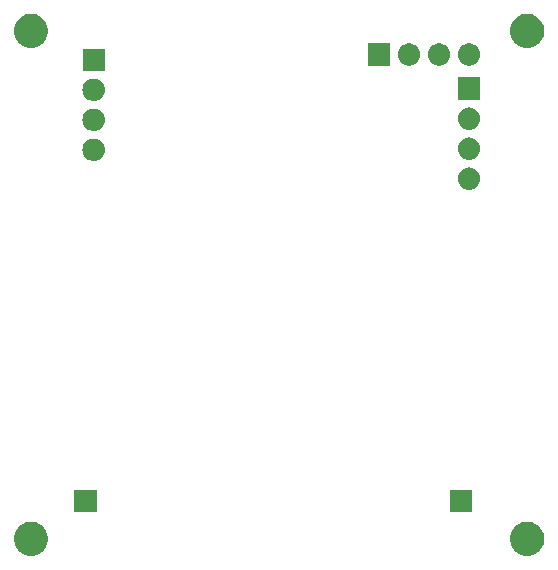
<source format=gbs>
G04 #@! TF.GenerationSoftware,KiCad,Pcbnew,(5.1.4)-1*
G04 #@! TF.CreationDate,2019-08-27T06:48:35+02:00*
G04 #@! TF.ProjectId,ToF_camera_VGA,546f465f-6361-46d6-9572-615f5647412e,rev?*
G04 #@! TF.SameCoordinates,Original*
G04 #@! TF.FileFunction,Soldermask,Bot*
G04 #@! TF.FilePolarity,Negative*
%FSLAX46Y46*%
G04 Gerber Fmt 4.6, Leading zero omitted, Abs format (unit mm)*
G04 Created by KiCad (PCBNEW (5.1.4)-1) date 2019-08-27 06:48:35*
%MOMM*%
%LPD*%
G04 APERTURE LIST*
%ADD10C,0.100000*%
G04 APERTURE END LIST*
D10*
G36*
X136422948Y-125605722D02*
G01*
X136686831Y-125715026D01*
X136686833Y-125715027D01*
X136924321Y-125873711D01*
X137126289Y-126075679D01*
X137284973Y-126313167D01*
X137284974Y-126313169D01*
X137394278Y-126577052D01*
X137450000Y-126857186D01*
X137450000Y-127142814D01*
X137394278Y-127422948D01*
X137284974Y-127686831D01*
X137284973Y-127686833D01*
X137126289Y-127924321D01*
X136924321Y-128126289D01*
X136686833Y-128284973D01*
X136686832Y-128284974D01*
X136686831Y-128284974D01*
X136422948Y-128394278D01*
X136142814Y-128450000D01*
X135857186Y-128450000D01*
X135577052Y-128394278D01*
X135313169Y-128284974D01*
X135313168Y-128284974D01*
X135313167Y-128284973D01*
X135075679Y-128126289D01*
X134873711Y-127924321D01*
X134715027Y-127686833D01*
X134715026Y-127686831D01*
X134605722Y-127422948D01*
X134550000Y-127142814D01*
X134550000Y-126857186D01*
X134605722Y-126577052D01*
X134715026Y-126313169D01*
X134715027Y-126313167D01*
X134873711Y-126075679D01*
X135075679Y-125873711D01*
X135313167Y-125715027D01*
X135313169Y-125715026D01*
X135577052Y-125605722D01*
X135857186Y-125550000D01*
X136142814Y-125550000D01*
X136422948Y-125605722D01*
X136422948Y-125605722D01*
G37*
G36*
X94422948Y-125605722D02*
G01*
X94686831Y-125715026D01*
X94686833Y-125715027D01*
X94924321Y-125873711D01*
X95126289Y-126075679D01*
X95284973Y-126313167D01*
X95284974Y-126313169D01*
X95394278Y-126577052D01*
X95450000Y-126857186D01*
X95450000Y-127142814D01*
X95394278Y-127422948D01*
X95284974Y-127686831D01*
X95284973Y-127686833D01*
X95126289Y-127924321D01*
X94924321Y-128126289D01*
X94686833Y-128284973D01*
X94686832Y-128284974D01*
X94686831Y-128284974D01*
X94422948Y-128394278D01*
X94142814Y-128450000D01*
X93857186Y-128450000D01*
X93577052Y-128394278D01*
X93313169Y-128284974D01*
X93313168Y-128284974D01*
X93313167Y-128284973D01*
X93075679Y-128126289D01*
X92873711Y-127924321D01*
X92715027Y-127686833D01*
X92715026Y-127686831D01*
X92605722Y-127422948D01*
X92550000Y-127142814D01*
X92550000Y-126857186D01*
X92605722Y-126577052D01*
X92715026Y-126313169D01*
X92715027Y-126313167D01*
X92873711Y-126075679D01*
X93075679Y-125873711D01*
X93313167Y-125715027D01*
X93313169Y-125715026D01*
X93577052Y-125605722D01*
X93857186Y-125550000D01*
X94142814Y-125550000D01*
X94422948Y-125605722D01*
X94422948Y-125605722D01*
G37*
G36*
X99550000Y-124750000D02*
G01*
X97650000Y-124750000D01*
X97650000Y-122850000D01*
X99550000Y-122850000D01*
X99550000Y-124750000D01*
X99550000Y-124750000D01*
G37*
G36*
X131350000Y-124750000D02*
G01*
X129450000Y-124750000D01*
X129450000Y-122850000D01*
X131350000Y-122850000D01*
X131350000Y-124750000D01*
X131350000Y-124750000D01*
G37*
G36*
X131266232Y-95583746D02*
G01*
X131355770Y-95610907D01*
X131445309Y-95638068D01*
X131533523Y-95685220D01*
X131610345Y-95726282D01*
X131610347Y-95726283D01*
X131610346Y-95726283D01*
X131755002Y-95844998D01*
X131873717Y-95989654D01*
X131961932Y-96154691D01*
X132016254Y-96333769D01*
X132034596Y-96520000D01*
X132016254Y-96706231D01*
X131961932Y-96885309D01*
X131873717Y-97050346D01*
X131755002Y-97195002D01*
X131623315Y-97303073D01*
X131610345Y-97313718D01*
X131533523Y-97354780D01*
X131445309Y-97401932D01*
X131355770Y-97429093D01*
X131266232Y-97456254D01*
X131196448Y-97463127D01*
X131126666Y-97470000D01*
X131033334Y-97470000D01*
X130893768Y-97456254D01*
X130804230Y-97429093D01*
X130714691Y-97401932D01*
X130626477Y-97354780D01*
X130549655Y-97313718D01*
X130536685Y-97303073D01*
X130404998Y-97195002D01*
X130286283Y-97050346D01*
X130198068Y-96885309D01*
X130143746Y-96706231D01*
X130125404Y-96520000D01*
X130143746Y-96333769D01*
X130198068Y-96154691D01*
X130286283Y-95989654D01*
X130404998Y-95844998D01*
X130549654Y-95726283D01*
X130549653Y-95726283D01*
X130549655Y-95726282D01*
X130626477Y-95685220D01*
X130714691Y-95638068D01*
X130804230Y-95610907D01*
X130893768Y-95583746D01*
X130963552Y-95576873D01*
X131033334Y-95570000D01*
X131126666Y-95570000D01*
X131266232Y-95583746D01*
X131266232Y-95583746D01*
G37*
G36*
X99426448Y-93126873D02*
G01*
X99496232Y-93133746D01*
X99585770Y-93160907D01*
X99675309Y-93188068D01*
X99763523Y-93235220D01*
X99840345Y-93276282D01*
X99840347Y-93276283D01*
X99840346Y-93276283D01*
X99985002Y-93394998D01*
X100103717Y-93539654D01*
X100191932Y-93704691D01*
X100246254Y-93883769D01*
X100264596Y-94070000D01*
X100246254Y-94256231D01*
X100191932Y-94435309D01*
X100103717Y-94600346D01*
X99985002Y-94745002D01*
X99853315Y-94853073D01*
X99840345Y-94863718D01*
X99763523Y-94904780D01*
X99675309Y-94951932D01*
X99585770Y-94979093D01*
X99496232Y-95006254D01*
X99426448Y-95013127D01*
X99356666Y-95020000D01*
X99263334Y-95020000D01*
X99193552Y-95013127D01*
X99123768Y-95006254D01*
X99034230Y-94979093D01*
X98944691Y-94951932D01*
X98856477Y-94904780D01*
X98779655Y-94863718D01*
X98766685Y-94853073D01*
X98634998Y-94745002D01*
X98516283Y-94600346D01*
X98428068Y-94435309D01*
X98373746Y-94256231D01*
X98355404Y-94070000D01*
X98373746Y-93883769D01*
X98428068Y-93704691D01*
X98516283Y-93539654D01*
X98634998Y-93394998D01*
X98779654Y-93276283D01*
X98779653Y-93276283D01*
X98779655Y-93276282D01*
X98856477Y-93235220D01*
X98944691Y-93188068D01*
X99034230Y-93160907D01*
X99123768Y-93133746D01*
X99193552Y-93126873D01*
X99263334Y-93120000D01*
X99356666Y-93120000D01*
X99426448Y-93126873D01*
X99426448Y-93126873D01*
G37*
G36*
X131266232Y-93043746D02*
G01*
X131355770Y-93070907D01*
X131445309Y-93098068D01*
X131486340Y-93120000D01*
X131610345Y-93186282D01*
X131610347Y-93186283D01*
X131610346Y-93186283D01*
X131755002Y-93304998D01*
X131873717Y-93449654D01*
X131961932Y-93614691D01*
X132016254Y-93793769D01*
X132034596Y-93980000D01*
X132016254Y-94166231D01*
X131961932Y-94345309D01*
X131873717Y-94510346D01*
X131755002Y-94655002D01*
X131623316Y-94763073D01*
X131610345Y-94773718D01*
X131533523Y-94814780D01*
X131445309Y-94861932D01*
X131355770Y-94889093D01*
X131266232Y-94916254D01*
X131196448Y-94923127D01*
X131126666Y-94930000D01*
X131033334Y-94930000D01*
X130893768Y-94916254D01*
X130804230Y-94889093D01*
X130714691Y-94861932D01*
X130626477Y-94814780D01*
X130549655Y-94773718D01*
X130536684Y-94763073D01*
X130404998Y-94655002D01*
X130286283Y-94510346D01*
X130198068Y-94345309D01*
X130143746Y-94166231D01*
X130125404Y-93980000D01*
X130143746Y-93793769D01*
X130198068Y-93614691D01*
X130286283Y-93449654D01*
X130404998Y-93304998D01*
X130549654Y-93186283D01*
X130549653Y-93186283D01*
X130549655Y-93186282D01*
X130673660Y-93120000D01*
X130714691Y-93098068D01*
X130804230Y-93070907D01*
X130893768Y-93043746D01*
X131033334Y-93030000D01*
X131126666Y-93030000D01*
X131266232Y-93043746D01*
X131266232Y-93043746D01*
G37*
G36*
X99426448Y-90586873D02*
G01*
X99496232Y-90593746D01*
X99585770Y-90620907D01*
X99675309Y-90648068D01*
X99763523Y-90695220D01*
X99840345Y-90736282D01*
X99840347Y-90736283D01*
X99840346Y-90736283D01*
X99985002Y-90854998D01*
X100103717Y-90999654D01*
X100191932Y-91164691D01*
X100246254Y-91343769D01*
X100264596Y-91530000D01*
X100246254Y-91716231D01*
X100191932Y-91895309D01*
X100103717Y-92060346D01*
X99985002Y-92205002D01*
X99853316Y-92313073D01*
X99840345Y-92323718D01*
X99763523Y-92364780D01*
X99675309Y-92411932D01*
X99585770Y-92439093D01*
X99496232Y-92466254D01*
X99426448Y-92473127D01*
X99356666Y-92480000D01*
X99263334Y-92480000D01*
X99193552Y-92473127D01*
X99123768Y-92466254D01*
X99034230Y-92439093D01*
X98944691Y-92411932D01*
X98856477Y-92364780D01*
X98779655Y-92323718D01*
X98766684Y-92313073D01*
X98634998Y-92205002D01*
X98516283Y-92060346D01*
X98428068Y-91895309D01*
X98373746Y-91716231D01*
X98355404Y-91530000D01*
X98373746Y-91343769D01*
X98428068Y-91164691D01*
X98516283Y-90999654D01*
X98634998Y-90854998D01*
X98779654Y-90736283D01*
X98779653Y-90736283D01*
X98779655Y-90736282D01*
X98856477Y-90695220D01*
X98944691Y-90648068D01*
X99034230Y-90620907D01*
X99123768Y-90593746D01*
X99193552Y-90586873D01*
X99263334Y-90580000D01*
X99356666Y-90580000D01*
X99426448Y-90586873D01*
X99426448Y-90586873D01*
G37*
G36*
X131266232Y-90503746D02*
G01*
X131355770Y-90530907D01*
X131445309Y-90558068D01*
X131486340Y-90580000D01*
X131610345Y-90646282D01*
X131610347Y-90646283D01*
X131610346Y-90646283D01*
X131755002Y-90764998D01*
X131873717Y-90909654D01*
X131961932Y-91074691D01*
X132016254Y-91253769D01*
X132034596Y-91440000D01*
X132016254Y-91626231D01*
X131961932Y-91805309D01*
X131873717Y-91970346D01*
X131755002Y-92115002D01*
X131623316Y-92223073D01*
X131610345Y-92233718D01*
X131533523Y-92274780D01*
X131445309Y-92321932D01*
X131355770Y-92349093D01*
X131266232Y-92376254D01*
X131126666Y-92390000D01*
X131033334Y-92390000D01*
X130893768Y-92376254D01*
X130804230Y-92349093D01*
X130714691Y-92321932D01*
X130626477Y-92274780D01*
X130549655Y-92233718D01*
X130536684Y-92223073D01*
X130404998Y-92115002D01*
X130286283Y-91970346D01*
X130198068Y-91805309D01*
X130143746Y-91626231D01*
X130125404Y-91440000D01*
X130143746Y-91253769D01*
X130198068Y-91074691D01*
X130286283Y-90909654D01*
X130404998Y-90764998D01*
X130549654Y-90646283D01*
X130549653Y-90646283D01*
X130549655Y-90646282D01*
X130673660Y-90580000D01*
X130714691Y-90558068D01*
X130804230Y-90530907D01*
X130893768Y-90503746D01*
X131033334Y-90490000D01*
X131126666Y-90490000D01*
X131266232Y-90503746D01*
X131266232Y-90503746D01*
G37*
G36*
X99426448Y-88046873D02*
G01*
X99496232Y-88053746D01*
X99585770Y-88080907D01*
X99675309Y-88108068D01*
X99763523Y-88155220D01*
X99840345Y-88196282D01*
X99840347Y-88196283D01*
X99840346Y-88196283D01*
X99985002Y-88314998D01*
X100103717Y-88459654D01*
X100191932Y-88624691D01*
X100246254Y-88803769D01*
X100264596Y-88990000D01*
X100246254Y-89176231D01*
X100191932Y-89355309D01*
X100103717Y-89520346D01*
X99985002Y-89665002D01*
X99853315Y-89773073D01*
X99840345Y-89783718D01*
X99763523Y-89824780D01*
X99675309Y-89871932D01*
X99585770Y-89899093D01*
X99496232Y-89926254D01*
X99356666Y-89940000D01*
X99263334Y-89940000D01*
X99123768Y-89926254D01*
X99034230Y-89899093D01*
X98944691Y-89871932D01*
X98856477Y-89824780D01*
X98779655Y-89783718D01*
X98766685Y-89773073D01*
X98634998Y-89665002D01*
X98516283Y-89520346D01*
X98428068Y-89355309D01*
X98373746Y-89176231D01*
X98355404Y-88990000D01*
X98373746Y-88803769D01*
X98428068Y-88624691D01*
X98516283Y-88459654D01*
X98634998Y-88314998D01*
X98779654Y-88196283D01*
X98779653Y-88196283D01*
X98779655Y-88196282D01*
X98856477Y-88155220D01*
X98944691Y-88108068D01*
X99034230Y-88080907D01*
X99123768Y-88053746D01*
X99193552Y-88046873D01*
X99263334Y-88040000D01*
X99356666Y-88040000D01*
X99426448Y-88046873D01*
X99426448Y-88046873D01*
G37*
G36*
X132030000Y-89850000D02*
G01*
X130130000Y-89850000D01*
X130130000Y-87950000D01*
X132030000Y-87950000D01*
X132030000Y-89850000D01*
X132030000Y-89850000D01*
G37*
G36*
X100260000Y-87400000D02*
G01*
X98360000Y-87400000D01*
X98360000Y-85500000D01*
X100260000Y-85500000D01*
X100260000Y-87400000D01*
X100260000Y-87400000D01*
G37*
G36*
X124410000Y-86950000D02*
G01*
X122510000Y-86950000D01*
X122510000Y-85050000D01*
X124410000Y-85050000D01*
X124410000Y-86950000D01*
X124410000Y-86950000D01*
G37*
G36*
X131196448Y-85056873D02*
G01*
X131266232Y-85063746D01*
X131355770Y-85090907D01*
X131445309Y-85118068D01*
X131533523Y-85165220D01*
X131610345Y-85206282D01*
X131610347Y-85206283D01*
X131610346Y-85206283D01*
X131755002Y-85324998D01*
X131863073Y-85456685D01*
X131873718Y-85469655D01*
X131914780Y-85546477D01*
X131961932Y-85634691D01*
X132016254Y-85813769D01*
X132034596Y-86000000D01*
X132016254Y-86186231D01*
X131961932Y-86365309D01*
X131873717Y-86530346D01*
X131755002Y-86675002D01*
X131623316Y-86783073D01*
X131610345Y-86793718D01*
X131533523Y-86834780D01*
X131445309Y-86881932D01*
X131355770Y-86909093D01*
X131266232Y-86936254D01*
X131126666Y-86950000D01*
X131033334Y-86950000D01*
X130893768Y-86936254D01*
X130804230Y-86909093D01*
X130714691Y-86881932D01*
X130626477Y-86834780D01*
X130549655Y-86793718D01*
X130536684Y-86783073D01*
X130404998Y-86675002D01*
X130286283Y-86530346D01*
X130198068Y-86365309D01*
X130143746Y-86186231D01*
X130125404Y-86000000D01*
X130143746Y-85813769D01*
X130198068Y-85634691D01*
X130245220Y-85546477D01*
X130286282Y-85469655D01*
X130296927Y-85456684D01*
X130404998Y-85324998D01*
X130549654Y-85206283D01*
X130549653Y-85206283D01*
X130549655Y-85206282D01*
X130626477Y-85165220D01*
X130714691Y-85118068D01*
X130804230Y-85090907D01*
X130893768Y-85063746D01*
X130963552Y-85056873D01*
X131033334Y-85050000D01*
X131126666Y-85050000D01*
X131196448Y-85056873D01*
X131196448Y-85056873D01*
G37*
G36*
X128656448Y-85056873D02*
G01*
X128726232Y-85063746D01*
X128815770Y-85090907D01*
X128905309Y-85118068D01*
X128993523Y-85165220D01*
X129070345Y-85206282D01*
X129070347Y-85206283D01*
X129070346Y-85206283D01*
X129215002Y-85324998D01*
X129323073Y-85456685D01*
X129333718Y-85469655D01*
X129374780Y-85546477D01*
X129421932Y-85634691D01*
X129476254Y-85813769D01*
X129494596Y-86000000D01*
X129476254Y-86186231D01*
X129421932Y-86365309D01*
X129333717Y-86530346D01*
X129215002Y-86675002D01*
X129083316Y-86783073D01*
X129070345Y-86793718D01*
X128993523Y-86834780D01*
X128905309Y-86881932D01*
X128815770Y-86909093D01*
X128726232Y-86936254D01*
X128586666Y-86950000D01*
X128493334Y-86950000D01*
X128353768Y-86936254D01*
X128264230Y-86909093D01*
X128174691Y-86881932D01*
X128086477Y-86834780D01*
X128009655Y-86793718D01*
X127996684Y-86783073D01*
X127864998Y-86675002D01*
X127746283Y-86530346D01*
X127658068Y-86365309D01*
X127603746Y-86186231D01*
X127585404Y-86000000D01*
X127603746Y-85813769D01*
X127658068Y-85634691D01*
X127705220Y-85546477D01*
X127746282Y-85469655D01*
X127756927Y-85456684D01*
X127864998Y-85324998D01*
X128009654Y-85206283D01*
X128009653Y-85206283D01*
X128009655Y-85206282D01*
X128086477Y-85165220D01*
X128174691Y-85118068D01*
X128264230Y-85090907D01*
X128353768Y-85063746D01*
X128423552Y-85056873D01*
X128493334Y-85050000D01*
X128586666Y-85050000D01*
X128656448Y-85056873D01*
X128656448Y-85056873D01*
G37*
G36*
X126116448Y-85056873D02*
G01*
X126186232Y-85063746D01*
X126275770Y-85090907D01*
X126365309Y-85118068D01*
X126453523Y-85165220D01*
X126530345Y-85206282D01*
X126530347Y-85206283D01*
X126530346Y-85206283D01*
X126675002Y-85324998D01*
X126783073Y-85456685D01*
X126793718Y-85469655D01*
X126834780Y-85546477D01*
X126881932Y-85634691D01*
X126936254Y-85813769D01*
X126954596Y-86000000D01*
X126936254Y-86186231D01*
X126881932Y-86365309D01*
X126793717Y-86530346D01*
X126675002Y-86675002D01*
X126543316Y-86783073D01*
X126530345Y-86793718D01*
X126453523Y-86834780D01*
X126365309Y-86881932D01*
X126275770Y-86909093D01*
X126186232Y-86936254D01*
X126046666Y-86950000D01*
X125953334Y-86950000D01*
X125813768Y-86936254D01*
X125724230Y-86909093D01*
X125634691Y-86881932D01*
X125546477Y-86834780D01*
X125469655Y-86793718D01*
X125456684Y-86783073D01*
X125324998Y-86675002D01*
X125206283Y-86530346D01*
X125118068Y-86365309D01*
X125063746Y-86186231D01*
X125045404Y-86000000D01*
X125063746Y-85813769D01*
X125118068Y-85634691D01*
X125165220Y-85546477D01*
X125206282Y-85469655D01*
X125216927Y-85456684D01*
X125324998Y-85324998D01*
X125469654Y-85206283D01*
X125469653Y-85206283D01*
X125469655Y-85206282D01*
X125546477Y-85165220D01*
X125634691Y-85118068D01*
X125724230Y-85090907D01*
X125813768Y-85063746D01*
X125883552Y-85056873D01*
X125953334Y-85050000D01*
X126046666Y-85050000D01*
X126116448Y-85056873D01*
X126116448Y-85056873D01*
G37*
G36*
X94422948Y-82605722D02*
G01*
X94686831Y-82715026D01*
X94686833Y-82715027D01*
X94924321Y-82873711D01*
X95126289Y-83075679D01*
X95284973Y-83313167D01*
X95284974Y-83313169D01*
X95394278Y-83577052D01*
X95450000Y-83857186D01*
X95450000Y-84142814D01*
X95394278Y-84422948D01*
X95284974Y-84686831D01*
X95284973Y-84686833D01*
X95126289Y-84924321D01*
X94924321Y-85126289D01*
X94686833Y-85284973D01*
X94686832Y-85284974D01*
X94686831Y-85284974D01*
X94422948Y-85394278D01*
X94142814Y-85450000D01*
X93857186Y-85450000D01*
X93577052Y-85394278D01*
X93313169Y-85284974D01*
X93313168Y-85284974D01*
X93313167Y-85284973D01*
X93075679Y-85126289D01*
X92873711Y-84924321D01*
X92715027Y-84686833D01*
X92715026Y-84686831D01*
X92605722Y-84422948D01*
X92550000Y-84142814D01*
X92550000Y-83857186D01*
X92605722Y-83577052D01*
X92715026Y-83313169D01*
X92715027Y-83313167D01*
X92873711Y-83075679D01*
X93075679Y-82873711D01*
X93313167Y-82715027D01*
X93313169Y-82715026D01*
X93577052Y-82605722D01*
X93857186Y-82550000D01*
X94142814Y-82550000D01*
X94422948Y-82605722D01*
X94422948Y-82605722D01*
G37*
G36*
X136422948Y-82605722D02*
G01*
X136686831Y-82715026D01*
X136686833Y-82715027D01*
X136924321Y-82873711D01*
X137126289Y-83075679D01*
X137284973Y-83313167D01*
X137284974Y-83313169D01*
X137394278Y-83577052D01*
X137450000Y-83857186D01*
X137450000Y-84142814D01*
X137394278Y-84422948D01*
X137284974Y-84686831D01*
X137284973Y-84686833D01*
X137126289Y-84924321D01*
X136924321Y-85126289D01*
X136686833Y-85284973D01*
X136686832Y-85284974D01*
X136686831Y-85284974D01*
X136422948Y-85394278D01*
X136142814Y-85450000D01*
X135857186Y-85450000D01*
X135577052Y-85394278D01*
X135313169Y-85284974D01*
X135313168Y-85284974D01*
X135313167Y-85284973D01*
X135075679Y-85126289D01*
X134873711Y-84924321D01*
X134715027Y-84686833D01*
X134715026Y-84686831D01*
X134605722Y-84422948D01*
X134550000Y-84142814D01*
X134550000Y-83857186D01*
X134605722Y-83577052D01*
X134715026Y-83313169D01*
X134715027Y-83313167D01*
X134873711Y-83075679D01*
X135075679Y-82873711D01*
X135313167Y-82715027D01*
X135313169Y-82715026D01*
X135577052Y-82605722D01*
X135857186Y-82550000D01*
X136142814Y-82550000D01*
X136422948Y-82605722D01*
X136422948Y-82605722D01*
G37*
M02*

</source>
